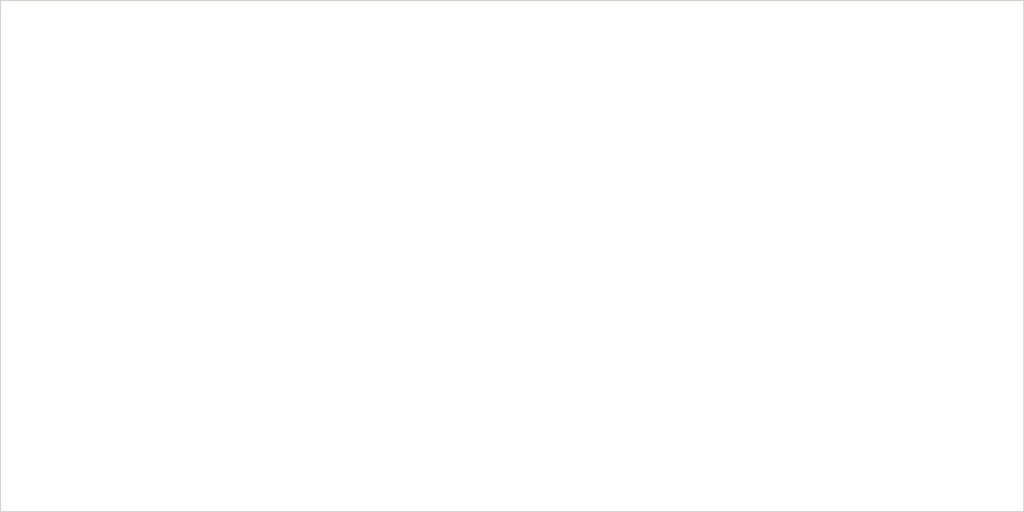
<source format=kicad_pcb>
(kicad_pcb (version 20221018) (generator pcbnew)

  (general
    (thickness 1.6)
  )

  (paper "A4")
  (layers
    (0 "F.Cu" signal)
    (31 "B.Cu" signal)
    (32 "B.Adhes" user "B.Adhesive")
    (33 "F.Adhes" user "F.Adhesive")
    (34 "B.Paste" user)
    (35 "F.Paste" user)
    (36 "B.SilkS" user "B.Silkscreen")
    (37 "F.SilkS" user "F.Silkscreen")
    (38 "B.Mask" user)
    (39 "F.Mask" user)
    (40 "Dwgs.User" user "User.Drawings")
    (41 "Cmts.User" user "User.Comments")
    (42 "Eco1.User" user "User.Eco1")
    (43 "Eco2.User" user "User.Eco2")
    (44 "Edge.Cuts" user)
    (45 "Margin" user)
    (46 "B.CrtYd" user "B.Courtyard")
    (47 "F.CrtYd" user "F.Courtyard")
    (48 "B.Fab" user)
    (49 "F.Fab" user)
    (50 "User.1" user)
    (51 "User.2" user)
    (52 "User.3" user)
    (53 "User.4" user)
    (54 "User.5" user)
    (55 "User.6" user)
    (56 "User.7" user)
    (57 "User.8" user)
    (58 "User.9" user)
  )

  (setup
    (pad_to_mask_clearance 0)
    (pcbplotparams
      (layerselection 0x00010fc_ffffffff)
      (plot_on_all_layers_selection 0x0000000_00000000)
      (disableapertmacros false)
      (usegerberextensions false)
      (usegerberattributes true)
      (usegerberadvancedattributes true)
      (creategerberjobfile true)
      (dashed_line_dash_ratio 12.000000)
      (dashed_line_gap_ratio 3.000000)
      (svgprecision 4)
      (plotframeref false)
      (viasonmask false)
      (mode 1)
      (useauxorigin false)
      (hpglpennumber 1)
      (hpglpenspeed 20)
      (hpglpendiameter 15.000000)
      (dxfpolygonmode true)
      (dxfimperialunits true)
      (dxfusepcbnewfont true)
      (psnegative false)
      (psa4output false)
      (plotreference true)
      (plotvalue true)
      (plotinvisibletext false)
      (sketchpadsonfab false)
      (subtractmaskfromsilk false)
      (outputformat 1)
      (mirror false)
      (drillshape 1)
      (scaleselection 1)
      (outputdirectory "")
    )
  )

  (net 0 "")

  (gr_rect (start 100 100) (end 200 150)
    (stroke (width 0.1) (type default)) (fill none) (layer "Edge.Cuts") (tstamp ea4b604a-776e-455b-bc4b-e7bdc7857e42))

)

</source>
